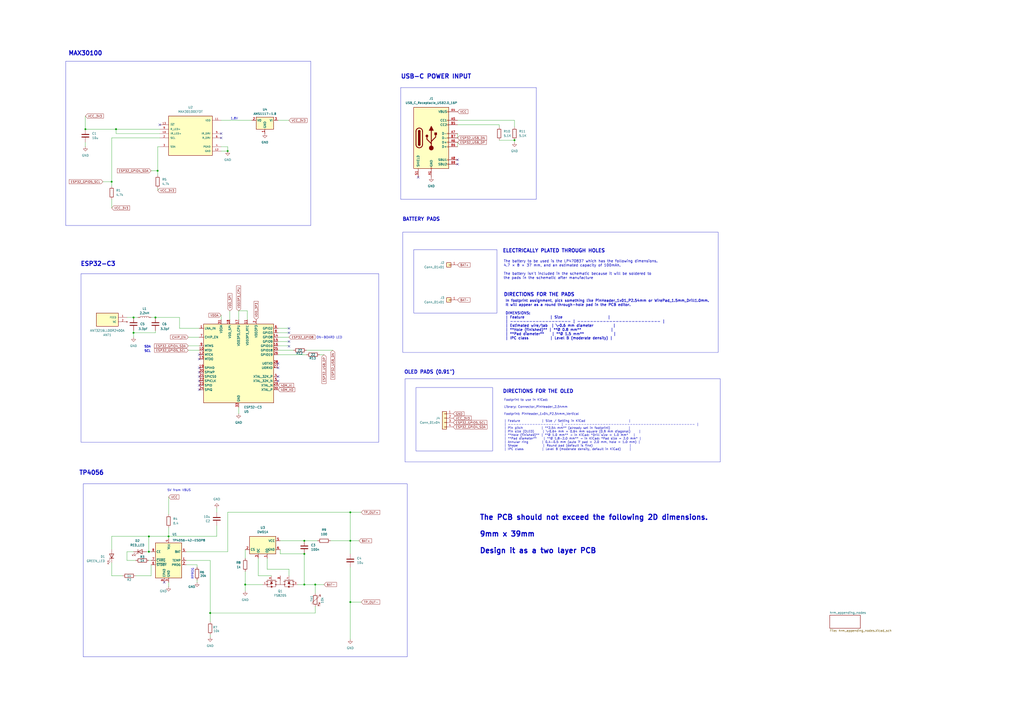
<source format=kicad_sch>
(kicad_sch (version 20250114) (generator "eeschema") (generator_version "9.0")
  (paper "A2")
  (title_block (title "Heart Rate Monitor") (date "2025-09-12") (rev "0.1.0") (company "Stan's Technologies"))
  (lib_symbols
    (symbol "Antenna:ANT3216LL00R2400A" (pin_names (offset 1.016))
      (property "Reference" "ANT" (at 19.05 7.62 0))
      (property "Value" "ANT3216LL00R2400A" (at 19.05 5.08 0))
      (symbol "ANT3216LL00R2400A_0_0"
        (rectangle (start 5.08 -5.08) (end 17.78 2.54) (stroke (width 0.254)) (fill (type background)))
        (pin input line (at 0 0 0) (length 5.08) (name "FEED") (number "1"))
        (pin no_connect line (at 0 -2.54 0) (length 5.08) (name "NC") (number "2"))
      )
    )
    (symbol "Battery_Management:DW01A"
      (property "Reference" "U" (at -6.604 6.35 0))
      (property "Value" "DW01A" (at 4.318 6.604 0))
      (symbol "DW01A_0_1"
        (pin power_in line (at -10.16 2.54 0) (length 2.54) (name "VCC") (number "5"))
        (pin power_in line (at -10.16 -2.54 0) (length 2.54) (name "GND") (number "6"))
        (pin output line (at -2.54 -7.62 90) (length 2.54) (name "OD") (number "1"))
        (pin output line (at 2.54 -7.62 90) (length 2.54) (name "OC") (number "3"))
        (pin input line (at 10.16 -2.54 180) (length 2.54) (name "CS") (number "2"))
      )
      (symbol "DW01A_1_1"
        (rectangle (start -7.62 5.08) (end 7.62 -5.08) (stroke (width 0.254)) (fill (type background)))
        (pin no_connect line (at 10.16 2.54 180) (length 2.54) (hide yes) (name "TD") (number "4"))
      )
    )
    (symbol "Battery_Management:TP4056-42-ESOP8"
      (property "Reference" "U" (at -6.604 11.684 0))
      (property "Value" "TP4056-42-ESOP8" (at 10.16 11.684 0))
      (symbol "TP4056-42-ESOP8_1_0"
        (pin input line (at -10.16 5.08 0) (length 2.54) (name "CE") (number "8"))
        (pin open_collector line (at -10.16 0 0) (length 2.54) (name "~{CHRG}") (number "7"))
        (pin open_collector line (at -10.16 -2.54 0) (length 2.54) (name "~{STDBY}") (number "6"))
        (pin passive line (at -2.54 -12.7 90) (length 2.54) (name "EPAD") (number "9"))
        (pin power_in line (at 0 12.7 270) (length 2.54) (name "V_{CC}") (number "4"))
        (pin power_in line (at 0 -12.7 90) (length 2.54) (name "GND") (number "3"))
        (pin power_out line (at 10.16 5.08 180) (length 2.54) (name "BAT") (number "5"))
        (pin input line (at 10.16 0 180) (length 2.54) (name "TEMP") (number "1"))
        (pin passive line (at 10.16 -2.54 180) (length 2.54) (name "PROG") (number "2"))
      )
      (symbol "TP4056-42-ESOP8_1_1"
        (rectangle (start -7.62 10.16) (end 7.62 -10.16) (stroke (width 0.254)) (fill (type background)))
      )
    )
    (symbol "Connector:USB_C_Receptacle_USB2.0_16P" (pin_names (offset 1.016))
      (property "Reference" "J" (at 0 22.225 0))
      (property "Value" "USB_C_Receptacle_USB2.0_16P" (at 0 19.685 0))
      (symbol "USB_C_Receptacle_USB2.0_16P_0_0"
        (rectangle (start -0.254 -17.78) (end 0.254 -16.764))
        (rectangle (start 10.16 15.494) (end 9.144 14.986))
        (rectangle (start 10.16 10.414) (end 9.144 9.906))
        (rectangle (start 10.16 7.874) (end 9.144 7.366))
        (rectangle (start 10.16 2.794) (end 9.144 2.286))
        (rectangle (start 10.16 0.254) (end 9.144 -0.254))
        (rectangle (start 10.16 -2.286) (end 9.144 -2.794))
        (rectangle (start 10.16 -4.826) (end 9.144 -5.334))
        (rectangle (start 10.16 -12.446) (end 9.144 -12.954))
        (rectangle (start 10.16 -14.986) (end 9.144 -15.494))
      )
      (symbol "USB_C_Receptacle_USB2.0_16P_0_1"
        (rectangle (start -10.16 17.78) (end 10.16 -17.78) (stroke (width 0.254)) (fill (type background)))
        (polyline (pts (xy -8.89 -3.81) (xy -8.89 3.81)) (stroke (width 0.508)))
        (rectangle (start -7.62 -3.81) (end -6.35 3.81) (stroke (width 0.254)) (fill (type outline)))
        (arc (start -7.62 3.81) (mid -6.985 4.4423) (end -6.35 3.81) (stroke (width 0.254)))
        (arc (start -7.62 3.81) (mid -6.985 4.4423) (end -6.35 3.81) (stroke (width 0.254)) (fill (type outline)))
        (arc (start -8.89 3.81) (mid -6.985 5.7067) (end -5.08 3.81) (stroke (width 0.508)))
        (arc (start -5.08 -3.81) (mid -6.985 -5.7067) (end -8.89 -3.81) (stroke (width 0.508)))
        (arc (start -6.35 -3.81) (mid -6.985 -4.4423) (end -7.62 -3.81) (stroke (width 0.254)))
        (arc (start -6.35 -3.81) (mid -6.985 -4.4423) (end -7.62 -3.81) (stroke (width 0.254)) (fill (type outline)))
        (polyline (pts (xy -5.08 3.81) (xy -5.08 -3.81)) (stroke (width 0.508)))
        (circle (center -2.54 1.143) (radius 0.635) (stroke (width 0.254)) (fill (type outline)))
        (polyline (pts (xy -1.27 4.318) (xy 0 6.858) (xy 1.27 4.318) (xy -1.27 4.318)) (stroke (width 0.254)) (fill (type outline)))
        (polyline (pts (xy 0 -2.032) (xy 2.54 0.508) (xy 2.54 1.778)) (stroke (width 0.508)))
        (polyline (pts (xy 0 -3.302) (xy -2.54 -0.762) (xy -2.54 0.508)) (stroke (width 0.508)))
        (polyline (pts (xy 0 -5.842) (xy 0 4.318)) (stroke (width 0.508)))
        (circle (center 0 -5.842) (radius 1.27) (fill (type outline)))
        (rectangle (start 1.905 1.778) (end 3.175 3.048) (stroke (width 0.254)) (fill (type outline)))
      )
      (symbol "USB_C_Receptacle_USB2.0_16P_1_1"
        (pin passive line (at -7.62 -22.86 90) (length 5.08) (name "SHIELD") (number "S1"))
        (pin passive line (at 0 -22.86 90) (length 5.08) (name "GND") (number "A1"))
        (pin passive line (at 0 -22.86 90) (length 5.08) (hide yes) (name "GND") (number "A12"))
        (pin passive line (at 0 -22.86 90) (length 5.08) (hide yes) (name "GND") (number "B1"))
        (pin passive line (at 0 -22.86 90) (length 5.08) (hide yes) (name "GND") (number "B12"))
        (pin passive line (at 15.24 15.24 180) (length 5.08) (name "VBUS") (number "A4"))
        (pin passive line (at 15.24 15.24 180) (length 5.08) (hide yes) (name "VBUS") (number "A9"))
        (pin passive line (at 15.24 15.24 180) (length 5.08) (hide yes) (name "VBUS") (number "B4"))
        (pin passive line (at 15.24 15.24 180) (length 5.08) (hide yes) (name "VBUS") (number "B9"))
        (pin bidirectional line (at 15.24 10.16 180) (length 5.08) (name "CC1") (number "A5"))
        (pin bidirectional line (at 15.24 7.62 180) (length 5.08) (name "CC2") (number "B5"))
        (pin bidirectional line (at 15.24 2.54 180) (length 5.08) (name "D-") (number "A7"))
        (pin bidirectional line (at 15.24 0 180) (length 5.08) (name "D-") (number "B7"))
        (pin bidirectional line (at 15.24 -2.54 180) (length 5.08) (name "D+") (number "A6"))
        (pin bidirectional line (at 15.24 -5.08 180) (length 5.08) (name "D+") (number "B6"))
        (pin bidirectional line (at 15.24 -12.7 180) (length 5.08) (name "SBU1") (number "A8"))
        (pin bidirectional line (at 15.24 -15.24 180) (length 5.08) (name "SBU2") (number "B8"))
      )
    )
    (symbol "Connector_Generic:Conn_01x01" (pin_names (offset 1.016) (hide yes))
      (property "Reference" "J" (at 0 2.54 0))
      (property "Value" "Conn_01x01" (at 0 -2.54 0))
      (symbol "Conn_01x01_1_1"
        (rectangle (start -1.27 1.27) (end 1.27 -1.27) (stroke (width 0.254)) (fill (type background)))
        (rectangle (start -1.27 0.127) (end 0 -0.127) (stroke (width 0.1524)))
        (pin passive line (at -5.08 0 0) (length 3.81) (name "Pin_1") (number "1"))
      )
    )
    (symbol "Connector_Generic:Conn_01x04" (pin_names (offset 1.016) (hide yes))
      (property "Reference" "J" (at 0 5.08 0))
      (property "Value" "Conn_01x04" (at 0 -7.62 0))
      (symbol "Conn_01x04_1_1"
        (rectangle (start -1.27 3.81) (end 1.27 -6.35) (stroke (width 0.254)) (fill (type background)))
        (rectangle (start -1.27 2.667) (end 0 2.413) (stroke (width 0.1524)))
        (rectangle (start -1.27 0.127) (end 0 -0.127) (stroke (width 0.1524)))
        (rectangle (start -1.27 -2.413) (end 0 -2.667) (stroke (width 0.1524)))
        (rectangle (start -1.27 -4.953) (end 0 -5.207) (stroke (width 0.1524)))
        (pin passive line (at -5.08 2.54 0) (length 3.81) (name "Pin_1") (number "1"))
        (pin passive line (at -5.08 0 0) (length 3.81) (name "Pin_2") (number "2"))
        (pin passive line (at -5.08 -2.54 0) (length 3.81) (name "Pin_3") (number "3"))
        (pin passive line (at -5.08 -5.08 0) (length 3.81) (name "Pin_4") (number "4"))
      )
    )
    (symbol "Device:C" (pin_numbers (hide yes)) (pin_names (offset 0.254))
      (property "Reference" "C" (at 0.635 2.54 0))
      (property "Value" "C" (at 0.635 -2.54 0))
      (symbol "C_0_1"
        (polyline (pts (xy -2.032 0.762) (xy 2.032 0.762)) (stroke (width 0.508)))
        (polyline (pts (xy -2.032 -0.762) (xy 2.032 -0.762)) (stroke (width 0.508)))
      )
      (symbol "C_1_1"
        (pin passive line (at 0 3.81 270) (length 2.794) (name "~") (number "1"))
        (pin passive line (at 0 -3.81 90) (length 2.794) (name "~") (number "2"))
      )
    )
    (symbol "Device:L" (pin_numbers (hide yes)) (pin_names (offset 1.016) (hide yes))
      (property "Reference" "L" (at -1.27 0 90))
      (property "Value" "L" (at 1.905 0 90))
      (symbol "L_0_1"
        (arc (start 0 2.54) (mid 0.6323 1.905) (end 0 1.27))
        (arc (start 0 1.27) (mid 0.6323 0.635) (end 0 0))
        (arc (start 0 0) (mid 0.6323 -0.635) (end 0 -1.27))
        (arc (start 0 -1.27) (mid 0.6323 -1.905) (end 0 -2.54))
      )
      (symbol "L_1_1"
        (pin passive line (at 0 3.81 270) (length 1.27) (name "1") (number "1"))
        (pin passive line (at 0 -3.81 90) (length 1.27) (name "2") (number "2"))
      )
    )
    (symbol "Device:LED" (pin_numbers (hide yes)) (pin_names (offset 1.016) (hide yes))
      (property "Reference" "D" (at 0 2.54 0))
      (property "Value" "LED" (at 0 -2.54 0))
      (symbol "LED_0_1"
        (polyline (pts (xy -3.048 -0.762) (xy -4.572 -2.286) (xy -3.81 -2.286) (xy -4.572 -2.286) (xy -4.572 -1.524)))
        (polyline (pts (xy -1.778 -0.762) (xy -3.302 -2.286) (xy -2.54 -2.286) (xy -3.302 -2.286) (xy -3.302 -1.524)))
        (polyline (pts (xy -1.27 0) (xy 1.27 0)))
        (polyline (pts (xy -1.27 -1.27) (xy -1.27 1.27)) (stroke (width 0.254)))
        (polyline (pts (xy 1.27 -1.27) (xy 1.27 1.27) (xy -1.27 0) (xy 1.27 -1.27)) (stroke (width 0.254)))
      )
      (symbol "LED_1_1"
        (pin passive line (at -3.81 0 0) (length 2.54) (name "K") (number "1"))
        (pin passive line (at 3.81 0 180) (length 2.54) (name "A") (number "2"))
      )
    )
    (symbol "Device:R" (pin_numbers (hide yes)) (pin_names (offset 0))
      (property "Reference" "R" (at 2.032 0 90))
      (property "Value" "R" (at 0 0 90))
      (symbol "R_0_1"
        (rectangle (start -1.016 -2.54) (end 1.016 2.54) (stroke (width 0.254)))
      )
      (symbol "R_1_1"
        (pin passive line (at 0 3.81 270) (length 1.27) (name "~") (number "1"))
        (pin passive line (at 0 -3.81 90) (length 1.27) (name "~") (number "2"))
      )
    )
    (symbol "Device:Thermistor_NTC" (pin_numbers (hide yes)) (pin_names (offset 0))
      (property "Reference" "TH" (at -4.445 0 90))
      (property "Value" "Thermistor_NTC" (at 3.175 0 90))
      (symbol "Thermistor_NTC_0_1"
        (arc (start -3.175 2.413) (mid -3.0506 2.3165) (end -3.048 2.159))
        (arc (start -3.048 2.794) (mid -2.9736 2.9736) (end -2.794 3.048))
        (arc (start -2.794 3.048) (mid -2.6144 2.9736) (end -2.54 2.794))
        (arc (start -2.794 2.54) (mid -2.9736 2.6144) (end -3.048 2.794))
        (arc (start -2.794 1.905) (mid -2.9736 1.9794) (end -3.048 2.159))
        (arc (start -2.54 2.159) (mid -2.6144 1.9794) (end -2.794 1.905))
        (arc (start -2.159 2.794) (mid -2.434 2.5608) (end -2.794 2.54))
        (polyline (pts (xy -2.54 2.159) (xy -2.54 2.794)))
        (polyline (pts (xy -2.54 -3.683) (xy -2.54 -1.397) (xy -2.794 -2.159) (xy -2.286 -2.159) (xy -2.54 -1.397) (xy -2.54 -1.651)) (fill (type outline)))
        (polyline (pts (xy -1.778 2.54) (xy -1.778 1.524) (xy 1.778 -1.524) (xy 1.778 -2.54)))
        (polyline (pts (xy -1.778 -1.397) (xy -1.778 -3.683) (xy -2.032 -2.921) (xy -1.524 -2.921) (xy -1.778 -3.683) (xy -1.778 -3.429)) (fill (type outline)))
        (rectangle (start -1.016 2.54) (end 1.016 -2.54) (stroke (width 0.254)))
      )
      (symbol "Thermistor_NTC_1_1"
        (pin passive line (at 0 3.81 270) (length 1.27) (name "~") (number "1"))
        (pin passive line (at 0 -3.81 90) (length 1.27) (name "~") (number "2"))
      )
    )
    (symbol "FS8205:FS8205" (pin_names (offset 1.016))
      (property "Reference" "Q" (at 2.54 2.286 0))
      (property "Value" "FS8205" (at 2.54 -2.032 0))
      (symbol "FS8205_0_0"
        (polyline (pts (xy -2.54 2.54) (xy -2.54 7.62)) (stroke (width 0.254)))
        (polyline (pts (xy -2.54 0) (xy 0 0)) (stroke (width 0.1524)))
        (polyline (pts (xy -2.54 -2.54) (xy -2.54 -7.62)) (stroke (width 0.254)))
        (polyline (pts (xy -1.778 7.62) (xy -1.778 8.255)) (stroke (width 0.254)))
        (polyline (pts (xy -1.778 6.985) (xy -1.778 7.62)) (stroke (width 0.254)))
        (polyline (pts (xy -1.778 5.08) (xy -1.778 5.842)) (stroke (width 0.254)))
        (polyline (pts (xy -1.778 5.08) (xy 0 5.08)) (stroke (width 0.1524)))
        (polyline (pts (xy -1.778 4.318) (xy -1.778 5.08)) (stroke (width 0.254)))
        (polyline (pts (xy -1.778 2.54) (xy -1.778 3.175)) (stroke (width 0.254)))
        (polyline (pts (xy -1.778 2.54) (xy 0 2.54)) (stroke (width 0.1524)))
        (polyline (pts (xy -1.778 1.905) (xy -1.778 2.54)) (stroke (width 0.254)))
        (polyline (pts (xy -1.778 -1.905) (xy -1.778 -2.54)) (stroke (width 0.254)))
        (polyline (pts (xy -1.778 -2.54) (xy -1.778 -3.175)) (stroke (width 0.254)))
        (polyline (pts (xy -1.778 -2.54) (xy 0 -2.54)) (stroke (width 0.1524)))
        (polyline (pts (xy -1.778 -4.318) (xy -1.778 -5.08)) (stroke (width 0.254)))
        (polyline (pts (xy -1.778 -5.08) (xy -1.778 -5.842)) (stroke (width 0.254)))
        (polyline (pts (xy -1.778 -5.08) (xy 0 -5.08)) (stroke (width 0.1524)))
        (polyline (pts (xy -1.778 -6.985) (xy -1.778 -7.62)) (stroke (width 0.254)))
        (polyline (pts (xy -1.778 -7.62) (xy -1.778 -8.255)) (stroke (width 0.254)))
        (polyline (pts (xy -1.524 5.08) (xy -0.508 4.318) (xy -0.508 5.842) (xy -1.524 5.08)) (stroke (width 0.1524)) (fill (type outline)))
        (polyline (pts (xy -1.524 -5.08) (xy -0.508 -4.318) (xy -0.508 -5.842) (xy -1.524 -5.08)) (stroke (width 0.1524)) (fill (type outline)))
        (circle (center 0 7.62) (radius 0.3592))
        (polyline (pts (xy 0 7.62) (xy -1.778 7.62)) (stroke (width 0.1524)))
        (polyline (pts (xy 0 7.62) (xy 1.27 7.62)) (stroke (width 0.1524)))
        (polyline (pts (xy 0 5.08) (xy 0 7.62)) (stroke (width 0.1524)))
        (circle (center 0 2.54) (radius 0.3592))
        (polyline (pts (xy 0 2.54) (xy 0 0)) (stroke (width 0.1778)))
        (polyline (pts (xy 0 2.54) (xy 1.27 2.54)) (stroke (width 0.1524)))
        (polyline (pts (xy 0 0) (xy 0 -2.54)) (stroke (width 0.1778)))
        (polyline (pts (xy 0 -2.54) (xy 1.27 -2.54)) (stroke (width 0.1524)))
        (circle (center 0 -2.54) (radius 0.3592))
        (polyline (pts (xy 0 -5.08) (xy 0 -7.62)) (stroke (width 0.1524)))
        (polyline (pts (xy 0 -7.62) (xy -1.778 -7.62)) (stroke (width 0.1524)))
        (polyline (pts (xy 0 -7.62) (xy 1.27 -7.62)) (stroke (width 0.1524)))
        (circle (center 0 -7.62) (radius 0.3592))
        (polyline (pts (xy 1.27 4.572) (xy 0.762 4.572)) (stroke (width 0.1524)))
        (polyline (pts (xy 1.27 4.572) (xy 1.27 7.62)) (stroke (width 0.1524)))
        (polyline (pts (xy 1.27 4.572) (xy 0.762 5.334) (xy 1.778 5.334) (xy 1.27 4.572)) (stroke (width 0.1524)) (fill (type outline)))
        (polyline (pts (xy 1.27 2.54) (xy 1.27 4.572)) (stroke (width 0.1524)))
        (polyline (pts (xy 1.27 -2.54) (xy 1.27 -4.572)) (stroke (width 0.1524)))
        (polyline (pts (xy 1.27 -4.572) (xy 0.762 -4.572)) (stroke (width 0.1524)))
        (polyline (pts (xy 1.27 -4.572) (xy 1.27 -7.62)) (stroke (width 0.1524)))
        (polyline (pts (xy 1.27 -4.572) (xy 0.762 -5.334) (xy 1.778 -5.334) (xy 1.27 -4.572)) (stroke (width 0.1524)) (fill (type outline)))
        (polyline (pts (xy 1.778 4.572) (xy 1.27 4.572)) (stroke (width 0.1524)))
        (polyline (pts (xy 1.778 -4.572) (xy 1.27 -4.572)) (stroke (width 0.1524)))
        (pin passive line (at -5.08 5.08 0) (length 2.54) (name "~") (number "4"))
        (pin passive line (at -5.08 0 0) (length 2.54) (name "~") (number "2"))
        (pin passive line (at -5.08 0 0) (length 2.54) (name "~") (number "5"))
        (pin passive line (at -5.08 -5.08 0) (length 2.54) (name "~") (number "6"))
        (pin passive line (at 0 10.16 270) (length 2.54) (name "~") (number "3"))
        (pin passive line (at 0 -10.16 90) (length 2.54) (name "~") (number "1"))
      )
    )
    (symbol "MAX30100EFDT:MAX30100EFDT" (pin_names (offset 1.016))
      (property "Reference" "U" (at -12.7035 11.4332 0))
      (property "Value" "MAX30100EFDT" (at -12.7055 -13.9761 0))
      (symbol "MAX30100EFDT_0_0"
        (rectangle (start -12.7 -11.43) (end 12.7 11.43) (stroke (width 0.254)) (fill (type background)))
        (pin input line (at -17.78 6.35 0) (length 5.08) (name "~{INT}") (number "13"))
        (pin input line (at -17.78 3.81 0) (length 5.08) (name "R_LED+") (number "9"))
        (pin input line (at -17.78 1.27 0) (length 5.08) (name "IR_LED+") (number "10"))
        (pin input line (at -17.78 -1.27 0) (length 5.08) (name "SCL") (number "2"))
        (pin bidirectional line (at -17.78 -6.35 0) (length 5.08) (name "SDA") (number "3"))
        (pin power_in line (at 17.78 8.89 180) (length 5.08) (name "VDD") (number "11"))
        (pin passive line (at 17.78 1.27 180) (length 5.08) (name "IR_DRV") (number "5"))
        (pin passive line (at 17.78 -1.27 180) (length 5.08) (name "R_DRV") (number "6"))
        (pin passive line (at 17.78 -6.35 180) (length 5.08) (name "PGND") (number "4"))
        (pin passive line (at 17.78 -8.89 180) (length 5.08) (name "GND") (number "12"))
      )
    )
    (symbol "MCU_Espressif:ESP32-C3"
      (property "Reference" "U" (at -17.272 23.876 0))
      (property "Value" "ESP32-C3" (at 16.256 23.876 0))
      (symbol "ESP32-C3_1_1"
        (rectangle (start -20.32 22.86) (end 20.32 -22.86) (stroke (width 0.254)) (fill (type background)))
        (pin bidirectional line (at -22.86 20.32 0) (length 2.54) (name "GPIO2") (number "6"))
        (pin bidirectional line (at -22.86 17.78 0) (length 2.54) (name "GPIO3") (number "8"))
        (pin bidirectional line (at -22.86 15.24 0) (length 2.54) (name "GPIO8") (number "14"))
        (pin bidirectional line (at -22.86 12.7 0) (length 2.54) (name "GPIO9") (number "15"))
        (pin bidirectional line (at -22.86 10.16 0) (length 2.54) (name "GPIO10") (number "16"))
        (pin bidirectional line (at -22.86 7.62 0) (length 2.54) (name "GPIO18") (number "25"))
        (pin bidirectional line (at -22.86 5.08 0) (length 2.54) (name "GPIO19") (number "26"))
        (pin bidirectional line (at -22.86 0 0) (length 2.54) (name "U0TXD") (number "28"))
        (pin bidirectional line (at -22.86 -2.54 0) (length 2.54) (name "U0RXD") (number "27"))
        (pin bidirectional line (at -22.86 -7.62 0) (length 2.54) (name "XTAL_32K_P") (number "4"))
        (pin bidirectional line (at -22.86 -10.16 0) (length 2.54) (name "XTAL_32K_N") (number "5"))
        (pin bidirectional line (at -22.86 -12.7 0) (length 2.54) (name "XTAL_N") (number "29"))
        (pin bidirectional line (at -22.86 -15.24 0) (length 2.54) (name "XTAL_P") (number "30"))
        (pin power_in line (at -10.16 25.4 270) (length 2.54) (name "VDD3P3") (number "2"))
        (pin passive line (at -10.16 25.4 270) (length 2.54) (hide yes) (name "VDD3P3") (number "3"))
        (pin power_in line (at -5.08 25.4 270) (length 2.54) (name "VDD3P3_RTC") (number "11"))
        (pin power_in line (at 0 25.4 270) (length 2.54) (name "VDD3P3_CPU") (number "17"))
        (pin power_in line (at 0 -25.4 90) (length 2.54) (name "GND") (number "33"))
        (pin power_out line (at 5.08 25.4 270) (length 2.54) (name "VDD_SPI") (number "18"))
        (pin power_in line (at 10.16 25.4 270) (length 2.54) (name "VDDA") (number "31"))
        (pin passive line (at 10.16 25.4 270) (length 2.54) (hide yes) (name "VDDA") (number "32"))
        (pin bidirectional line (at 22.86 20.32 180) (length 2.54) (name "LNA_IN") (number "1"))
        (pin bidirectional line (at 22.86 15.24 180) (length 2.54) (name "CHIP_EN") (number "7"))
        (pin bidirectional line (at 22.86 10.16 180) (length 2.54) (name "MTMS") (number "9"))
        (pin bidirectional line (at 22.86 7.62 180) (length 2.54) (name "MTDI") (number "10"))
        (pin bidirectional line (at 22.86 5.08 180) (length 2.54) (name "MTCK") (number "12"))
        (pin bidirectional line (at 22.86 2.54 180) (length 2.54) (name "MTDO") (number "13"))
        (pin bidirectional line (at 22.86 -2.54 180) (length 2.54) (name "SPIHD") (number "19"))
        (pin bidirectional line (at 22.86 -5.08 180) (length 2.54) (name "SPIWP") (number "20"))
        (pin bidirectional line (at 22.86 -7.62 180) (length 2.54) (name "SPICS0") (number "21"))
        (pin bidirectional line (at 22.86 -10.16 180) (length 2.54) (name "SPICLK") (number "22"))
        (pin bidirectional line (at 22.86 -12.7 180) (length 2.54) (name "SPID") (number "23"))
        (pin bidirectional line (at 22.86 -15.24 180) (length 2.54) (name "SPIQ") (number "24"))
      )
    )
    (symbol "Regulator_Linear:AMS1117-1.8"
      (property "Reference" "U" (at -3.81 3.175 0))
      (property "Value" "AMS1117-1.8" (at 0 3.175 0))
      (symbol "AMS1117-1.8_0_1"
        (rectangle (start -5.08 -5.08) (end 5.08 1.905) (stroke (width 0.254)) (fill (type background)))
      )
      (symbol "AMS1117-1.8_1_1"
        (pin power_in line (at -7.62 0 0) (length 2.54) (name "VI") (number "3"))
        (pin power_in line (at 0 -7.62 90) (length 2.54) (name "GND") (number "1"))
        (pin power_out line (at 7.62 0 180) (length 2.54) (name "VO") (number "2"))
      )
    )
    (symbol "power:GND" (power) (pin_numbers (hide yes)) (pin_names (offset 0) (hide yes))
      (property "Value" "GND" (at 0 -3.81 0))
      (symbol "GND_0_1"
        (polyline (pts (xy 0 0) (xy 0 -1.27) (xy 1.27 -1.27) (xy 0 -2.54) (xy -1.27 -1.27) (xy 0 -1.27)))
      )
      (symbol "GND_1_1"
        (pin power_in line (at 0 0 270) (length 0) (name "~") (number "1"))
      )
    )
  )
  (rectangle (start 232.41 50.8) (end 311.15 115.57))
  (rectangle (start 240.03 144.78) (end 288.29 181.61))
  (rectangle (start 241.3 224.79) (end 285.75 261.62))
  (rectangle (start 233.68 134.62) (end 416.56 204.47))
  (rectangle (start 48.26 280.67) (end 236.22 381))
  (rectangle (start 234.95 219.71) (end 417.83 267.97))
  (rectangle (start 46.99 158.75) (end 219.71 256.54))
  (rectangle (start 38.1 35.56) (end 180.34 130.81))
  (text "BATTERY PADS" (at 244.348 127.254 0) (effects (font (size 2 2) (thickness 0.4) (bold yes))))
  (text "OLED PADS (0.91\")" (at 249.174 215.9 0) (effects (font (size 2 2) (thickness 0.4) (bold yes))))
  (text "The battery to be used is the LP470837 which has the following dimensions.\n4.7 × 8 × 37 mm, and an estimated capacity of 100mAh.\n\nThe battery isn't included in the schematic because it will be soldered to \nthe pads in the schematic after manufacture" (at 292.1 156.464 0) (effects (font (size 1.5 1.5) (thickness 0.1875)) (justify left)))
  (text "The PCB should not exceed the following 2D dimensions. \n\n9mm x 39mm\n\nDesign it as a two layer PCB" (at 278.13 309.88 0) (effects (font (size 3 3) (thickness 0.6) (bold yes)) (justify left)))
  (text "In footprint assignment, pick something like PinHeader_1x01_P2.54mm or WirePad_1.5mm_Drill1.0mm.\nIt will appear as a round through-hole pad in the PCB editor. \n\nDIMENSIONS:\n| Feature             | Size                       |\n| ------------------- | -------------------------- |\n| Estimated wire/tab  | \\~0.6 mm diameter          |\n| **Hole (finished)** | **Ø 0.8 mm**               |\n| **Pad diameter**    | **Ø 1.5 mm**               |\n| IPC class           | Level B (moderate density) |\n" (at 293.116 185.42 0) (effects (font (size 1.5 1.5) (thickness 0.254) (bold yes)) (justify left)))
  (text "Footprint to use in KiCad:\n\nLibrary: Connector_PinHeader_2.54mm\n\nFootprint: PinHeader_1x04_P2.54mm_Vertical\n\n| Feature             | Size / Setting in KiCad                          |\n| ------------------- | ------------------------------------------------ |\n| Pin pitch           | **2.54 mm** (already set in footprint)           |\n| Pin size (OLED)     | \\~0.64 mm × 0.64 mm square (0.9 mm diagonal)     |\n| **Hole (finished)** | **Ø 1.0 mm** → in KiCad: *Drill size = 1.0 mm*   |\n| **Pad diameter**    | **Ø 1.8-2.0 mm** → in KiCad: *Pad size = 2.0 mm* |\n| Annular ring        | 0.4-0.5 mm (auto if pad = 2.0 mm, hole = 1.0 mm) |\n| Shape               | Round pad (default is fine)                      |\n| IPC class           | Level B (moderate density, default in KiCad)     |\n" (at 292.354 246.38 0) (effects (font (size 1.27 1.27)) (justify left)))
  (text "TP4056" (at 53.086 274.32 0) (effects (font (size 2.5 2.5) (thickness 0.5) (bold yes))))
  (text "ELECTRICALLY PLATED THROUGH HOLES" (at 321.31 145.542 0) (effects (font (size 2 2) (thickness 0.4) (bold yes))))
  (text "MAX30100" (at 49.53 30.988 0) (effects (font (size 2.5 2.5) (thickness 0.5) (bold yes))))
  (text "ON-BOARD LED" (at 191.008 195.834 0) (effects (font (size 1.27 1.27))))
  (text "DIRECTIONS FOR THE OLED" (at 312.166 227.076 0) (effects (font (size 2 2) (thickness 0.4) (bold yes))))
  (text "USB-C POWER INPUT" (at 252.984 44.45 0) (effects (font (size 2.5 2.5) (thickness 0.5) (bold yes))))
  (text "DIRECTIONS FOR THE PADS\n" (at 292.1 170.942 0) (effects (font (size 2 2) (thickness 0.4) (bold yes)) (justify left)))
  (text "1.8V\n" (at 135.89 68.834 0) (effects (font (size 1.27 1.27))))
  (text "RPROG" (at 111.76 332.74 90) (effects (font (size 1.27 1.27))))
  (text "SDA" (at 85.598 201.168 0) (effects (font (size 1.27 1.27) (thickness 0.254) (bold yes))))
  (text "SCL" (at 85.598 203.708 0) (effects (font (size 1.27 1.27) (thickness 0.254) (bold yes))))
  (text "5V from VBUS" (at 103.886 284.48 0) (effects (font (size 1.27 1.27))))
  (text "ESP32-C3" (at 56.896 153.162 0) (effects (font (size 2.5 2.5) (thickness 0.5) (bold yes))))
  (junction (at 142.24 339.09))
  (junction (at 86.36 320.04))
  (junction (at 91.44 99.06))
  (junction (at 90.17 184.15))
  (junction (at 203.2 313.69))
  (junction (at 132.08 87.63))
  (junction (at 67.31 74.93))
  (junction (at 182.88 339.09))
  (junction (at 176.53 321.31))
  (junction (at 86.36 311.15))
  (junction (at 176.53 313.69))
  (junction (at 121.92 355.6))
  (junction (at 77.47 193.04))
  (junction (at 298.45 81.28))
  (junction (at 176.53 339.09))
  (junction (at 77.47 184.15))
  (junction (at 49.53 74.93))
  (junction (at 203.2 349.25))
  (junction (at 97.79 311.15))
  (junction (at 64.77 105.41))
  (junction (at 203.2 297.18))
  (no_connect (at 115.57 215.9))
  (no_connect (at 115.57 205.74))
  (no_connect (at 92.71 72.39))
  (no_connect (at 161.29 213.36))
  (no_connect (at 242.57 102.87))
  (no_connect (at 161.29 218.44))
  (no_connect (at 115.57 223.52))
  (no_connect (at 115.57 220.98))
  (no_connect (at 167.64 198.12))
  (no_connect (at 167.64 200.885))
  (no_connect (at 115.57 226.06))
  (no_connect (at 161.29 220.98))
  (no_connect (at 95.25 337.82))
  (no_connect (at 161.29 210.82))
  (no_connect (at 115.57 208.28))
  (no_connect (at 128.27 80.01))
  (no_connect (at 265.43 92.71))
  (no_connect (at 115.57 213.36))
  (no_connect (at 128.27 77.47))
  (no_connect (at 265.43 95.25))
  (no_connect (at 115.57 218.44))
  (no_connect (at 167.64 193.04))
  (no_connect (at 167.64 190.5))
  (wire (pts (xy 104.14 190.5) (xy 104.14 184.15)))
  (wire (pts (xy 49.53 67.31) (xy 49.53 74.93)))
  (wire (pts (xy 104.14 190.5) (xy 115.57 190.5)))
  (wire (pts (xy 109.22 203.2) (xy 115.57 203.2)))
  (wire (pts (xy 161.29 190.5) (xy 167.64 190.5)))
  (wire (pts (xy 64.77 311.15) (xy 86.36 311.15)))
  (wire (pts (xy 191.77 313.69) (xy 203.2 313.69)))
  (wire (pts (xy 289.56 81.28) (xy 298.45 81.28)))
  (wire (pts (xy 73.66 184.15) (xy 77.47 184.15)))
  (wire (pts (xy 167.64 330.2) (xy 167.64 334.01)))
  (wire (pts (xy 172.72 339.09) (xy 176.53 339.09)))
  (wire (pts (xy 86.36 311.15) (xy 86.36 320.04)))
  (wire (pts (xy 138.43 236.22) (xy 138.43 240.03)))
  (wire (pts (xy 142.24 339.09) (xy 142.24 342.9)))
  (wire (pts (xy 91.44 101.6) (xy 91.44 99.06)))
  (wire (pts (xy 87.63 184.15) (xy 90.17 184.15)))
  (wire (pts (xy 149.86 334.01) (xy 157.48 334.01)))
  (wire (pts (xy 77.47 193.04) (xy 77.47 195.58)))
  (wire (pts (xy 107.95 320.04) (xy 132.08 320.04)))
  (wire (pts (xy 114.3 327.66) (xy 107.95 327.66)))
  (wire (pts (xy 182.88 355.6) (xy 121.92 355.6)))
  (wire (pts (xy 143.51 180.34) (xy 138.43 180.34)))
  (wire (pts (xy 97.79 306.07) (xy 97.79 311.15)))
  (wire (pts (xy 73.66 325.12) (xy 78.74 325.12)))
  (wire (pts (xy 59.69 105.41) (xy 64.77 105.41)))
  (wire (pts (xy 107.95 325.12) (xy 121.92 325.12)))
  (wire (pts (xy 146.05 69.85) (xy 128.27 69.85)))
  (wire (pts (xy 86.36 325.12) (xy 87.63 325.12)))
  (wire (pts (xy 92.71 80.01) (xy 64.77 80.01)))
  (wire (pts (xy 203.2 313.69) (xy 203.2 321.31)))
  (wire (pts (xy 87.63 99.06) (xy 91.44 99.06)))
  (wire (pts (xy 86.36 320.04) (xy 87.63 320.04)))
  (wire (pts (xy 203.2 297.18) (xy 132.08 297.18)))
  (wire (pts (xy 67.31 74.93) (xy 49.53 74.93)))
  (wire (pts (xy 92.71 77.47) (xy 67.31 77.47)))
  (wire (pts (xy 121.92 355.6) (xy 121.92 360.68)))
  (wire (pts (xy 149.86 323.85) (xy 149.86 334.01)))
  (wire (pts (xy 182.88 351.79) (xy 182.88 355.6)))
  (wire (pts (xy 92.71 74.93) (xy 67.31 74.93)))
  (wire (pts (xy 73.66 320.04) (xy 73.66 325.12)))
  (wire (pts (xy 133.35 180.34) (xy 133.35 185.42)))
  (wire (pts (xy 203.2 349.25) (xy 203.2 370.84)))
  (wire (pts (xy 289.56 72.39) (xy 289.56 73.66)))
  (wire (pts (xy 265.43 72.39) (xy 289.56 72.39)))
  (wire (pts (xy 109.22 195.58) (xy 115.57 195.58)))
  (wire (pts (xy 298.45 81.28) (xy 298.45 82.55)))
  (wire (pts (xy 154.94 330.2) (xy 167.64 330.2)))
  (wire (pts (xy 64.77 334.01) (xy 71.12 334.01)))
  (wire (pts (xy 64.77 326.39) (xy 64.77 334.01)))
  (wire (pts (xy 78.74 334.01) (xy 87.63 334.01)))
  (wire (pts (xy 77.47 191.77) (xy 77.47 193.04)))
  (wire (pts (xy 203.2 313.69) (xy 208.28 313.69)))
  (wire (pts (xy 77.47 184.15) (xy 80.01 184.15)))
  (wire (pts (xy 125.73 297.18) (xy 125.73 294.64)))
  (wire (pts (xy 92.71 85.09) (xy 91.44 85.09)))
  (wire (pts (xy 203.2 328.93) (xy 203.2 349.25)))
  (wire (pts (xy 161.29 205.74) (xy 177.8 205.74)))
  (wire (pts (xy 161.29 69.85) (xy 167.64 69.85)))
  (wire (pts (xy 132.08 297.18) (xy 132.08 320.04)))
  (wire (pts (xy 138.43 180.34) (xy 138.43 185.42)))
  (wire (pts (xy 97.79 311.15) (xy 125.73 311.15)))
  (wire (pts (xy 265.43 77.47) (xy 265.43 80.01)))
  (wire (pts (xy 161.29 198.12) (xy 167.64 198.12)))
  (wire (pts (xy 265.43 82.55) (xy 265.43 85.09)))
  (wire (pts (xy 162.56 313.69) (xy 176.53 313.69)))
  (wire (pts (xy 132.08 85.09) (xy 132.08 87.63)))
  (wire (pts (xy 97.79 312.42) (xy 97.79 311.15)))
  (wire (pts (xy 97.79 311.15) (xy 86.36 311.15)))
  (wire (pts (xy 104.14 184.15) (xy 90.17 184.15)))
  (wire (pts (xy 185.42 205.74) (xy 187.96 205.74)))
  (wire (pts (xy 90.17 191.77) (xy 90.17 193.04)))
  (wire (pts (xy 128.27 85.09) (xy 132.08 85.09)))
  (wire (pts (xy 114.3 336.55) (xy 114.3 337.82)))
  (wire (pts (xy 114.3 328.93) (xy 114.3 327.66)))
  (wire (pts (xy 91.44 109.22) (xy 91.44 110.49)))
  (wire (pts (xy 121.92 355.6) (xy 121.92 325.12)))
  (wire (pts (xy 161.29 200.66) (xy 167.64 200.66)))
  (wire (pts (xy 77.47 320.04) (xy 73.66 320.04)))
  (wire (pts (xy 142.24 339.09) (xy 152.4 339.09)))
  (wire (pts (xy 209.55 297.18) (xy 203.2 297.18)))
  (wire (pts (xy 162.56 318.77) (xy 162.56 321.31)))
  (wire (pts (xy 154.94 323.85) (xy 154.94 330.2)))
  (wire (pts (xy 49.53 82.55) (xy 49.53 85.09)))
  (wire (pts (xy 64.77 115.57) (xy 64.77 120.65)))
  (wire (pts (xy 109.22 200.66) (xy 115.57 200.66)))
  (wire (pts (xy 97.79 288.29) (xy 97.79 298.45)))
  (wire (pts (xy 67.31 77.47) (xy 67.31 74.93)))
  (wire (pts (xy 64.77 107.95) (xy 64.77 105.41)))
  (wire (pts (xy 87.63 334.01) (xy 87.63 327.66)))
  (wire (pts (xy 182.88 339.09) (xy 187.96 339.09)))
  (wire (pts (xy 176.53 321.31) (xy 176.53 339.09)))
  (wire (pts (xy 64.77 318.77) (xy 64.77 311.15)))
  (wire (pts (xy 125.73 304.8) (xy 125.73 311.15)))
  (wire (pts (xy 177.8 203.2) (xy 193.04 203.2)))
  (wire (pts (xy 265.43 69.85) (xy 298.45 69.85)))
  (wire (pts (xy 97.79 337.82) (xy 97.79 340.36)))
  (wire (pts (xy 121.92 368.3) (xy 121.92 369.57)))
  (wire (pts (xy 91.44 85.09) (xy 91.44 99.06)))
  (wire (pts (xy 182.88 339.09) (xy 182.88 344.17)))
  (wire (pts (xy 128.27 182.88) (xy 128.27 185.42)))
  (wire (pts (xy 209.55 349.25) (xy 203.2 349.25)))
  (wire (pts (xy 162.56 321.31) (xy 176.53 321.31)))
  (wire (pts (xy 203.2 297.18) (xy 203.2 313.69)))
  (wire (pts (xy 143.51 185.42) (xy 143.51 180.34)))
  (wire (pts (xy 161.29 193.04) (xy 167.64 193.04)))
  (wire (pts (xy 161.29 195.58) (xy 167.64 195.58)))
  (wire (pts (xy 142.24 331.47) (xy 142.24 339.09)))
  (wire (pts (xy 90.17 193.04) (xy 77.47 193.04)))
  (wire (pts (xy 176.53 339.09) (xy 182.88 339.09)))
  (wire (pts (xy 176.53 313.69) (xy 184.15 313.69)))
  (wire (pts (xy 298.45 69.85) (xy 298.45 73.66)))
  (wire (pts (xy 128.27 87.63) (xy 132.08 87.63)))
  (wire (pts (xy 64.77 80.01) (xy 64.77 105.41)))
  (wire (pts (xy 85.09 320.04) (xy 86.36 320.04)))
  (wire (pts (xy 142.24 318.77) (xy 142.24 323.85)))
  (wire (pts (xy 161.29 203.2) (xy 170.18 203.2)))
  (global_label "ESP32_GPIO5_SCL" (shape input) (at 59.69 105.41 180) (property "Intersheetrefs" "${INTERSHEET_REFS}" (effects (hide yes))))
  (global_label "GND" (shape input) (at 262.89 240.03 0) (property "Intersheetrefs" "${INTERSHEET_REFS}" (effects (hide yes))))
  (global_label "TP_OUT+" (shape input) (at 209.55 297.18 0) (property "Intersheetrefs" "${INTERSHEET_REFS}" (effects (hide yes))))
  (global_label "ESP32_USB_DN" (shape input) (at 193.04 203.2 270) (property "Intersheetrefs" "${INTERSHEET_REFS}" (effects (hide yes))))
  (global_label "VDD_3P3" (shape input) (at 148.59 185.42 90) (property "Intersheetrefs" "${INTERSHEET_REFS}" (effects (hide yes))))
  (global_label "VCC_3V3" (shape input) (at 49.53 67.31 0) (property "Intersheetrefs" "${INTERSHEET_REFS}" (effects (hide yes))))
  (global_label "ESP32_USB_DN" (shape input) (at 265.43 80.01 0) (property "Intersheetrefs" "${INTERSHEET_REFS}" (effects (hide yes))))
  (global_label "VCC_3V3" (shape input) (at 91.44 110.49 0) (property "Intersheetrefs" "${INTERSHEET_REFS}" (effects (hide yes))))
  (global_label "ESP32_GPIO4_SDA" (shape input) (at 109.22 200.66 180) (property "Intersheetrefs" "${INTERSHEET_REFS}" (effects (hide yes))))
  (global_label "VCC_3V3" (shape input) (at 64.77 120.65 0) (property "Intersheetrefs" "${INTERSHEET_REFS}" (effects (hide yes))))
  (global_label "VCC" (shape input) (at 97.79 288.29 0) (property "Intersheetrefs" "${INTERSHEET_REFS}" (effects (hide yes))))
  (global_label "40M_XI" (shape input) (at 161.29 223.52 0) (property "Intersheetrefs" "${INTERSHEET_REFS}" (effects (hide yes))))
  (global_label "BAT+" (shape input) (at 208.28 313.69 0) (property "Intersheetrefs" "${INTERSHEET_REFS}" (effects (hide yes))))
  (global_label "ESP32_GPIO4_SDA" (shape input) (at 87.63 99.06 180) (property "Intersheetrefs" "${INTERSHEET_REFS}" (effects (hide yes))))
  (global_label "CHIP_EN" (shape input) (at 109.22 195.58 180) (property "Intersheetrefs" "${INTERSHEET_REFS}" (effects (hide yes))))
  (global_label "ESP32_USB_DP" (shape input) (at 265.43 82.55 0) (property "Intersheetrefs" "${INTERSHEET_REFS}" (effects (hide yes))))
  (global_label "BAT-" (shape input) (at 187.96 339.09 0) (property "Intersheetrefs" "${INTERSHEET_REFS}" (effects (hide yes))))
  (global_label "TP_OUT-" (shape input) (at 209.55 349.25 0) (property "Intersheetrefs" "${INTERSHEET_REFS}" (effects (hide yes))))
  (global_label "BAT-" (shape input) (at 265.43 173.99 0) (property "Intersheetrefs" "${INTERSHEET_REFS}" (effects (hide yes))))
  (global_label "VDD3P3_CPU" (shape input) (at 138.43 180.34 90) (property "Intersheetrefs" "${INTERSHEET_REFS}" (effects (hide yes))))
  (global_label "VCC_3V3" (shape input) (at 262.89 242.57 0) (property "Intersheetrefs" "${INTERSHEET_REFS}" (effects (hide yes))))
  (global_label "VDD_SPI" (shape input) (at 133.35 180.34 90) (property "Intersheetrefs" "${INTERSHEET_REFS}" (effects (hide yes))))
  (global_label "ESP32_GPIO5_SCL" (shape input) (at 109.22 203.2 180) (property "Intersheetrefs" "${INTERSHEET_REFS}" (effects (hide yes))))
  (global_label "ESP32_GPIO4_SDA" (shape input) (at 262.89 247.65 0) (property "Intersheetrefs" "${INTERSHEET_REFS}" (effects (hide yes))))
  (global_label "40M_XO" (shape input) (at 161.29 226.06 0) (property "Intersheetrefs" "${INTERSHEET_REFS}" (effects (hide yes))))
  (global_label "VDDA" (shape input) (at 128.27 182.88 180) (property "Intersheetrefs" "${INTERSHEET_REFS}" (effects (hide yes))))
  (global_label "ESP32_USB_DP" (shape input) (at 187.96 205.74 270) (property "Intersheetrefs" "${INTERSHEET_REFS}" (effects (hide yes))))
  (global_label "VCC_3V3" (shape input) (at 167.64 69.85 0) (property "Intersheetrefs" "${INTERSHEET_REFS}" (effects (hide yes))))
  (global_label "ESP32_GPIO5_SCL" (shape input) (at 262.89 245.11 0) (property "Intersheetrefs" "${INTERSHEET_REFS}" (effects (hide yes))))
  (global_label "VCC" (shape input) (at 265.43 64.77 0) (property "Intersheetrefs" "${INTERSHEET_REFS}" (effects (hide yes))))
  (global_label "BAT+" (shape input) (at 265.43 153.67 0) (property "Intersheetrefs" "${INTERSHEET_REFS}" (effects (hide yes))))
  (global_label "ESP32_GPIO8" (shape input) (at 167.64 195.58 0) (property "Intersheetrefs" "${INTERSHEET_REFS}" (effects (hide yes))))
  (symbol (lib_id "power:GND") (at 132.08 87.63 0) (unit 1)
    (property "Reference" "#PWR06" (effects (hide yes)))
    (property "Value" "GND" (at 132.08 92.71 0))
    (property "Description" "Power symbol creates a global label with name \"GND\" , ground" (effects (hide yes)))
  )
  (symbol (lib_id "Device:R") (at 181.61 205.74 90) (unit 1)
    (property "Reference" "R13" (at 181.356 207.772 90))
    (property "Value" "22" (at 181.61 205.74 90))
    (property "Description" "Resistor" (effects (hide yes)))
  )
  (symbol (lib_id "power:GND") (at 138.43 240.03 0) (unit 1)
    (property "Reference" "#PWR012" (effects (hide yes)))
    (property "Value" "GND" (at 138.43 245.11 0))
    (property "Description" "Power symbol creates a global label with name \"GND\" , ground" (effects (hide yes)))
  )
  (symbol (lib_id "Battery_Management:TP4056-42-ESOP8") (at 97.79 325.12 0) (unit 1)
    (property "Reference" "U1" (at 99.9333 309.88 0) (effects (justify left)))
    (property "Value" "TP4056-42-ESOP8" (at 100.076 313.436 0) (effects (justify left)))
    (property "Footprint" "Package_SO:SOIC-8-1EP_3.9x4.9mm_P1.27mm_EP2.41x3.3mm_ThermalVias" (effects (hide yes)))
    (property "Datasheet" "https://www.lcsc.com/datasheet/lcsc_datasheet_2410121619_TOPPOWER-Nanjing-Extension-Microelectronics-TP4056-42-ESOP8_C16581.pdf" (effects (hide yes)))
    (property "Description" "1A Standalone Linear Li-ion/LiPo single-cell battery charger, 4.2V ±1% charge voltage, VCC = 4.0..8.0V, SOIC-8 (SOP-8)" (effects (hide yes)))
  )
  (symbol (lib_id "Device:R") (at 64.77 111.76 0) (unit 1)
    (property "Reference" "R1" (at 67.31 110.4899 0) (effects (justify left)))
    (property "Value" "4.7k" (at 67.31 113.0299 0) (effects (justify left)))
    (property "Description" "Resistor" (effects (hide yes)))
  )
  (symbol (lib_id "power:GND") (at 250.19 102.87 0) (unit 1)
    (property "Reference" "#PWR011" (effects (hide yes)))
    (property "Value" "GND" (at 250.19 107.95 0))
    (property "Description" "Power symbol creates a global label with name \"GND\" , ground" (effects (hide yes)))
  )
  (symbol (lib_id "Device:C") (at 125.73 300.99 180) (unit 1)
    (property "Reference" "C2" (at 121.92 302.2601 0) (effects (justify left)))
    (property "Value" "10u" (at 121.92 299.7201 0) (effects (justify left)))
    (property "Description" "Unpolarized capacitor" (effects (hide yes)))
  )
  (symbol (lib_id "power:GND") (at 121.92 369.57 0) (unit 1)
    (property "Reference" "#PWR04" (effects (hide yes)))
    (property "Value" "GND" (at 121.92 374.65 0))
    (property "Description" "Power symbol creates a global label with name \"GND\" , ground" (effects (hide yes)))
  )
  (symbol (lib_id "Device:R") (at 289.56 77.47 0) (unit 1)
    (property "Reference" "R10" (at 292.1 76.1999 0) (effects (justify left)))
    (property "Value" "5.1K" (at 292.1 78.7399 0) (effects (justify left)))
    (property "Description" "Resistor" (effects (hide yes)))
  )
  (symbol (lib_id "Device:R") (at 114.3 332.74 0) (unit 1)
    (property "Reference" "R6" (at 115.824 331.978 0) (effects (justify left)))
    (property "Value" "20k" (at 116.078 334.01 0) (effects (justify left)))
    (property "Description" "Resistor" (effects (hide yes)))
  )
  (symbol (lib_id "Device:L") (at 83.82 184.15 90) (unit 1)
    (property "Reference" "L1" (at 83.82 179.07 90))
    (property "Value" "2.2nH" (at 83.82 181.61 90))
    (property "Description" "Inductor" (effects (hide yes)))
  )
  (symbol (lib_id "Device:C") (at 203.2 325.12 0) (unit 1)
    (property "Reference" "C4" (at 207.01 323.8499 0) (effects (justify left)))
    (property "Value" "10u" (at 207.01 326.3899 0) (effects (justify left)))
    (property "Description" "Unpolarized capacitor" (effects (hide yes)))
  )
  (symbol (lib_id "Device:Thermistor_NTC") (at 182.88 347.98 0) (mirror y) (unit 1)
    (property "Reference" "TH1" (at 180.848 347.218 90))
    (property "Value" "10k" (at 186.944 348.234 90))
    (property "Description" "Temperature dependent resistor, negative temperature coefficient" (effects (hide yes)))
  )
  (symbol (lib_id "power:GND") (at 49.53 85.09 0) (unit 1)
    (property "Reference" "#PWR01" (effects (hide yes)))
    (property "Value" "GND" (at 49.53 90.17 0))
    (property "Description" "Power symbol creates a global label with name \"GND\" , ground" (effects (hide yes)))
  )
  (symbol (lib_id "Device:LED") (at 64.77 322.58 270) (mirror x) (unit 1)
    (property "Reference" "D1" (at 60.96 322.8974 90) (effects (justify right)))
    (property "Value" "GREEN_LED" (at 60.96 325.4374 90) (effects (justify right)))
    (property "Description" "Light emitting diode" (effects (hide yes)))
    (property "Sim.Pins" "1=K 2=A" (effects (hide yes)))
  )
  (symbol (lib_id "Connector_Generic:Conn_01x04") (at 257.81 242.57 0) (mirror y) (unit 1)
    (property "Reference" "J4" (at 255.27 242.5699 0) (effects (justify left)))
    (property "Value" "Conn_01x04" (at 255.27 245.1099 0) (effects (justify left)))
    (property "Description" "Generic connector, single row, 01x04, script generated (kicad-library-utils/schlib/autogen/connector/)" (effects (hide yes)))
  )
  (symbol (lib_id "Device:R") (at 97.79 302.26 0) (unit 1)
    (property "Reference" "R4" (at 100.33 300.9899 0) (effects (justify left)))
    (property "Value" "0.4" (at 100.33 303.5299 0) (effects (justify left)))
    (property "Description" "Resistor" (effects (hide yes)))
  )
  (symbol (lib_id "power:GND") (at 142.24 342.9 0) (unit 1)
    (property "Reference" "#PWR07" (effects (hide yes)))
    (property "Value" "GND" (at 142.24 347.98 0))
    (property "Description" "Power symbol creates a global label with name \"GND\" , ground" (effects (hide yes)))
  )
  (symbol (lib_id "MCU_Espressif:ESP32-C3") (at 138.43 210.82 0) (mirror y) (unit 1)
    (property "Reference" "U5" (at 141.5481 238.76 0) (effects (justify right)))
    (property "Value" "ESP32-C3" (at 141.5481 236.22 0) (effects (justify right)))
    (property "Footprint" "Package_DFN_QFN:QFN-32-1EP_5x5mm_P0.5mm_EP3.7x3.7mm" (effects (hide yes)))
    (property "Datasheet" "https://www.espressif.com/sites/default/files/documentation/esp32-c3_datasheet_en.pdf" (effects (hide yes)))
    (property "Description" "RF Module, ESP32 SoC, RISC-V, WiFi 802.11b/n/g, Bluetooth LE 5, QFN32" (effects (hide yes)))
  )
  (symbol (lib_id "Device:R") (at 121.92 364.49 0) (unit 1)
    (property "Reference" "R7" (at 123.444 363.982 0) (effects (justify left)))
    (property "Value" "10k" (at 123.698 366.014 0) (effects (justify left)))
    (property "Description" "Resistor" (effects (hide yes)))
  )
  (symbol (lib_id "Antenna:ANT3216LL00R2400A") (at 73.66 184.15 0) (mirror y) (unit 1)
    (property "Reference" "ANT1" (at 62.23 194.31 0))
    (property "Value" "ANT3216LL00R2400A" (at 62.23 191.77 0))
    (property "Footprint" "Antenna_ANT3216LL00R2400A:ANTC3216X135N" (effects (hide yes)))
    (property "Manufacturer_Name" "YAGEO (PHYCOMP)" (effects (hide yes)))
    (property "MF" "PULSE ANTENNA" (effects (hide yes)))
    (property "Mouser_Price-Stock" "https://www.mouser.co.uk/ProductDetail/Yageo/ANT3216LL00R2400A?qs=VAB4DzKv5wVywAIgVVebaA%3D%3D" (effects (hide yes)))
    (property "Description_1" "2.45GHz Bluetooth, ISM, Wi-Fi, Zigbee™ Chip RF Antenna 2.4GHz ~ 2.5GHz 5.05dBi Solder Surface Mount" (effects (hide yes)))
    (property "Mouser_Part_Number" "603-ANT3216LL00R2400" (effects (hide yes)))
    (property "Price" "None" (effects (hide yes)))
    (property "Package" "None" (effects (hide yes)))
    (property "Check_prices" "https://www.snapeda.com/parts/ANT3216LL00R2400A/Pulse/view-part/?ref=eda" (effects (hide yes)))
    (property "Height" "1.35mm" (effects (hide yes)))
    (property "MP" "ANT3216LL00R2400A" (effects (hide yes)))
    (property "SnapEDA_Link" "https://www.snapeda.com/parts/ANT3216LL00R2400A/Pulse/view-part/?ref=snap" (effects (hide yes)))
    (property "Arrow_Price-Stock" "https://www.arrow.com/en/products/ant3216ll00r2400a/yageo" (effects (hide yes)))
    (property "Arrow_Part_Number" "ANT3216LL00R2400A" (effects (hide yes)))
    (property "Availability" "In Stock" (effects (hide yes)))
    (property "Manufacturer_Part_Number" "ANT3216LL00R2400A" (effects (hide yes)))
  )
  (symbol (lib_id "Device:R") (at 74.93 334.01 90) (mirror x) (unit 1)
    (property "Reference" "R2" (at 74.93 336.296 90))
    (property "Value" "1k" (at 74.93 334.01 90))
    (property "Description" "Resistor" (effects (hide yes)))
  )
  (symbol (lib_id "Device:R") (at 91.44 105.41 0) (unit 1)
    (property "Reference" "R5" (at 93.98 104.1399 0) (effects (justify left)))
    (property "Value" "4.7k" (at 93.98 106.6799 0) (effects (justify left)))
    (property "Description" "Resistor" (effects (hide yes)))
  )
  (symbol (lib_id "Connector:USB_C_Receptacle_USB2.0_16P") (at 250.19 80.01 0) (unit 1)
    (property "Reference" "J1" (at 250.19 57.15 0))
    (property "Value" "USB_C_Receptacle_USB2.0_16P" (at 250.19 59.69 0))
    (property "Datasheet" "https://www.usb.org/sites/default/files/documents/usb_type-c.zip" (effects (hide yes)))
    (property "Description" "USB 2.0-only 16P Type-C Receptacle connector" (effects (hide yes)))
  )
  (symbol (lib_id "Device:C") (at 90.17 187.96 0) (unit 1)
    (property "Reference" "C6" (at 93.98 187.96 0) (effects (justify left)))
    (property "Value" "3.3pF" (at 92.964 190.754 0) (effects (justify left)))
    (property "Description" "Unpolarized capacitor" (effects (hide yes)))
  )
  (symbol (lib_id "Regulator_Linear:AMS1117-1.8") (at 153.67 69.85 0) (mirror y) (unit 1)
    (property "Reference" "U4" (at 153.67 63.5 0))
    (property "Value" "AMS1117-1.8" (at 153.67 66.04 0))
    (property "Footprint" "Package_TO_SOT_SMD:SOT-223-3_TabPin2" (effects (hide yes)))
    (property "Datasheet" "http://www.advanced-monolithic.com/pdf/ds1117.pdf" (effects (hide yes)))
    (property "Description" "1A Low Dropout regulator, positive, 1.8V fixed output, SOT-223" (effects (hide yes)))
  )
  (symbol (lib_id "Connector_Generic:Conn_01x01") (at 260.35 153.67 0) (mirror y) (unit 1)
    (property "Reference" "J2" (at 257.81 152.3999 0) (effects (justify left)))
    (property "Value" "Conn_01x01" (at 257.81 154.9399 0) (effects (justify left)))
    (property "Description" "Generic connector, single row, 01x01, script generated (kicad-library-utils/schlib/autogen/connector/)" (effects (hide yes)))
  )
  (symbol (lib_id "MAX30100EFDT:MAX30100EFDT") (at 110.49 78.74 0) (unit 1)
    (property "Reference" "U2" (at 110.49 62.23 0))
    (property "Value" "MAX30100EFDT" (at 110.49 64.77 0))
    (property "Footprint" "MAX30100EFDT:LGA14R80P2X7_560X280X130" (effects (hide yes)))
    (property "MF" "Analog Devices" (effects (hide yes)))
    (property "Description_1" "Biometric Sensors Integrated Optical Sensor" (effects (hide yes)))
    (property "Package" "None" (effects (hide yes)))
    (property "Price" "None" (effects (hide yes)))
    (property "Check_prices" "https://www.snapeda.com/parts/MAX30100EFD/Analog+Devices/view-part/?ref=eda" (effects (hide yes)))
    (property "SnapEDA_Link" "https://www.snapeda.com/parts/MAX30100EFD/Analog+Devices/view-part/?ref=snap" (effects (hide yes)))
    (property "MP" "MAX30100EFD" (effects (hide yes)))
    (property "Availability" "Not in stock" (effects (hide yes)))
    (property "MANUFACTURER" "Maxim Integrated" (effects (hide yes)))
  )
  (symbol (lib_id "power:GND") (at 97.79 340.36 0) (unit 1)
    (property "Reference" "#PWR02" (effects (hide yes)))
    (property "Value" "GND" (at 94.742 342.9 0))
    (property "Description" "Power symbol creates a global label with name \"GND\" , ground" (effects (hide yes)))
  )
  (symbol (lib_id "Device:C") (at 77.47 187.96 0) (unit 1)
    (property "Reference" "C5" (at 81.28 187.96 0) (effects (justify left)))
    (property "Value" "3.3pF" (at 80.264 190.754 0) (effects (justify left)))
    (property "Description" "Unpolarized capacitor" (effects (hide yes)))
  )
  (symbol (lib_id "power:GND") (at 114.3 337.82 0) (unit 1)
    (property "Reference" "#PWR03" (effects (hide yes)))
    (property "Value" "GND" (at 111.252 340.36 0))
    (property "Description" "Power symbol creates a global label with name \"GND\" , ground" (effects (hide yes)))
  )
  (symbol (lib_id "Battery_Management:DW01A") (at 152.4 316.23 0) (mirror y) (unit 1)
    (property "Reference" "U3" (at 152.4 306.07 0))
    (property "Value" "DW01A" (at 152.4 308.61 0))
    (property "Footprint" "Package_TO_SOT_SMD:SOT-23-6" (effects (hide yes)))
    (property "Datasheet" "https://hmsemi.com/downfile/DW01A.PDF" (effects (hide yes)))
    (property "Description" "Overcharge, overcurrent and overdischarge protection IC for single cell lithium-ion/polymer battery" (effects (hide yes)))
  )
  (symbol (lib_id "power:GND") (at 125.73 294.64 180) (unit 1)
    (property "Reference" "#PWR05" (effects (hide yes)))
    (property "Value" "GND" (at 125.73 289.56 0))
    (property "Description" "Power symbol creates a global label with name \"GND\" , ground" (effects (hide yes)))
  )
  (symbol (lib_id "power:GND") (at 298.45 82.55 0) (unit 1)
    (property "Reference" "#PWR013" (effects (hide yes)))
    (property "Value" "GND" (at 298.45 87.63 0))
    (property "Description" "Power symbol creates a global label with name \"GND\" , ground" (effects (hide yes)))
  )
  (symbol (lib_id "power:GND") (at 77.47 195.58 0) (unit 1)
    (property "Reference" "#PWR010" (effects (hide yes)))
    (property "Value" "GND" (at 77.47 200.66 0))
    (property "Description" "Power symbol creates a global label with name \"GND\" , ground" (effects (hide yes)))
  )
  (symbol (lib_id "power:GND") (at 153.67 77.47 0) (unit 1)
    (property "Reference" "#PWR08" (effects (hide yes)))
    (property "Value" "GND" (at 153.67 82.55 0))
    (property "Description" "Power symbol creates a global label with name \"GND\" , ground" (effects (hide yes)))
  )
  (symbol (lib_id "Device:C") (at 49.53 78.74 0) (unit 1)
    (property "Reference" "C1" (at 53.34 77.4699 0) (effects (justify left)))
    (property "Value" "10u" (at 53.34 80.0099 0) (effects (justify left)))
    (property "Description" "Unpolarized capacitor" (effects (hide yes)))
  )
  (symbol (lib_id "Device:C") (at 176.53 317.5 0) (unit 1)
    (property "Reference" "C3" (at 180.34 316.2299 0) (effects (justify left)))
    (property "Value" "100n" (at 180.34 318.7699 0) (effects (justify left)))
    (property "Description" "Unpolarized capacitor" (effects (hide yes)))
  )
  (symbol (lib_id "Device:R") (at 142.24 327.66 0) (mirror x) (unit 1)
    (property "Reference" "R8" (at 139.7 326.3899 0) (effects (justify right)))
    (property "Value" "1k" (at 139.7 328.9299 0) (effects (justify right)))
    (property "Description" "Resistor" (effects (hide yes)))
  )
  (symbol (lib_id "Device:R") (at 187.96 313.69 90) (unit 1)
    (property "Reference" "R9" (at 187.96 307.34 90))
    (property "Value" "100" (at 187.96 309.88 90))
    (property "Description" "Resistor" (effects (hide yes)))
  )
  (symbol (lib_id "Device:R") (at 173.99 203.2 90) (unit 1)
    (property "Reference" "R12" (at 173.736 204.978 90))
    (property "Value" "22" (at 173.99 203.2 90))
    (property "Description" "Resistor" (effects (hide yes)))
  )
  (symbol (lib_id "Device:R") (at 82.55 325.12 90) (mirror x) (unit 1)
    (property "Reference" "R3" (at 82.55 323.088 90))
    (property "Value" "1k" (at 82.55 325.12 90))
    (property "Description" "Resistor" (effects (hide yes)))
  )
  (symbol (lib_id "Device:R") (at 298.45 77.47 0) (unit 1)
    (property "Reference" "R11" (at 300.99 76.1999 0) (effects (justify left)))
    (property "Value" "5.1K" (at 300.99 78.7399 0) (effects (justify left)))
    (property "Description" "Resistor" (effects (hide yes)))
  )
  (symbol (lib_id "FS8205:FS8205") (at 162.56 339.09 270) (unit 1)
    (property "Reference" "Q1" (at 162.56 342.9 90))
    (property "Value" "FS8205" (at 162.56 345.44 90))
    (property "Footprint" "FS8205:SOT95P280X145-6N" (effects (hide yes)))
    (property "MF" "Fortune Semiconductor" (effects (hide yes)))
    (property "MAXIMUM_PACKAGE_HEIGHT" "1.45mm" (effects (hide yes)))
    (property "Package" "Package" (effects (hide yes)))
    (property "Price" "None" (effects (hide yes)))
    (property "Check_prices" "https://www.snapeda.com/parts/FS8205/Fortune+Semiconductor/view-part/?ref=eda" (effects (hide yes)))
    (property "STANDARD" "IPC-7351B" (effects (hide yes)))
    (property "PARTREV" "1.9" (effects (hide yes)))
    (property "SnapEDA_Link" "https://www.snapeda.com/parts/FS8205/Fortune+Semiconductor/view-part/?ref=snap" (effects (hide yes)))
    (property "MP" "FS8205" (effects (hide yes)))
    (property "Description_1" "Dual N-Channel Enhancement Mode Power MOSFET" (effects (hide yes)))
    (property "Availability" "In Stock" (effects (hide yes)))
    (property "MANUFACTURER" "Fortune" (effects (hide yes)))
  )
  (symbol (lib_id "Device:LED") (at 81.28 320.04 0) (unit 1)
    (property "Reference" "D2" (at 79.6925 313.69 0))
    (property "Value" "RED_LED" (at 79.6925 316.23 0))
    (property "Description" "Light emitting diode" (effects (hide yes)))
    (property "Sim.Pins" "1=K 2=A" (effects (hide yes)))
  )
  (symbol (lib_id "Connector_Generic:Conn_01x01") (at 260.35 173.99 0) (mirror y) (unit 1)
    (property "Reference" "J3" (at 257.81 172.7199 0) (effects (justify left)))
    (property "Value" "Conn_01x01" (at 257.81 175.2599 0) (effects (justify left)))
    (property "Description" "Generic connector, single row, 01x01, script generated (kicad-library-utils/schlib/autogen/connector/)" (effects (hide yes)))
  )
  (symbol (lib_id "power:GND") (at 203.2 370.84 0) (unit 1)
    (property "Reference" "#PWR09" (effects (hide yes)))
    (property "Value" "GND" (at 203.2 375.92 0))
    (property "Description" "Power symbol creates a global label with name \"GND\" , ground" (effects (hide yes)))
  )
  (sheet (at 481.33 356.87) (size 17.78 7.62) (stroke (width 0.1524))
    (property "Sheetname" "hrm_appending_nodes" (at 481.33 356.1584 0) (effects (justify left bottom)))
    (property "Sheetfile" "hrm_appending_nodes.kicad_sch" (at 481.33 365.0746 0) (effects (justify left top)))
  )
)
</source>
